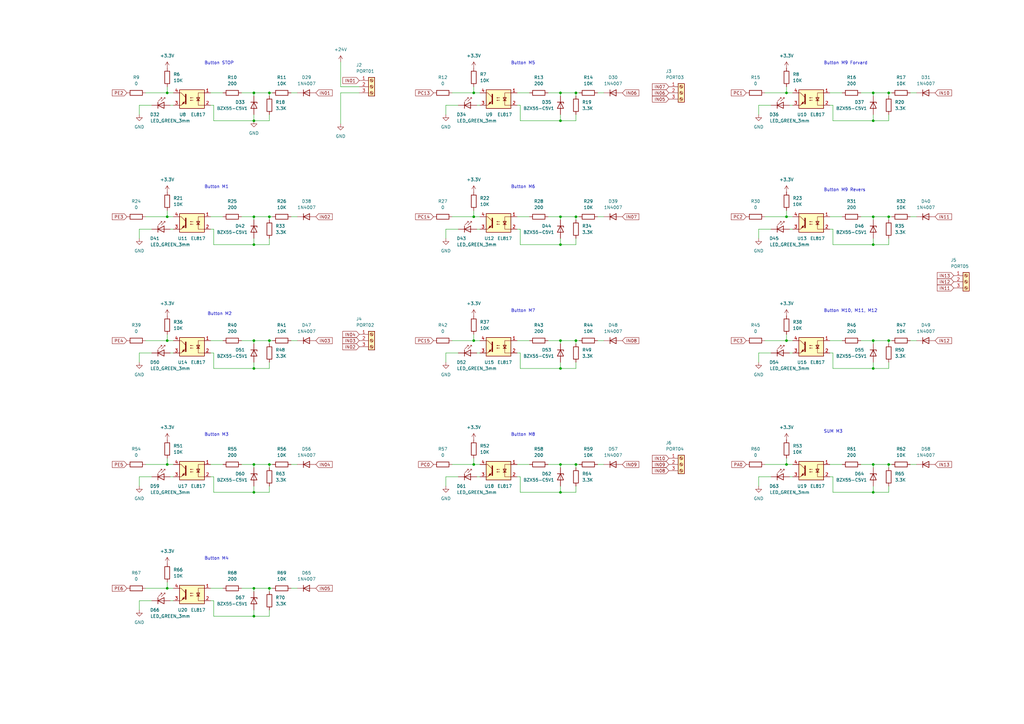
<source format=kicad_sch>
(kicad_sch (version 20211123) (generator eeschema)
  (paper "A3")
  (junction (at 322.58 88.9))
  (junction (at 104.14 151.13))
  (junction (at 194.31 139.7))
  (junction (at 104.14 252.73))
  (junction (at 110.49 139.7))
  (junction (at 358.14 139.7))
  (junction (at 236.22 190.5))
  (junction (at 68.58 38.1))
  (junction (at 104.14 38.1))
  (junction (at 104.14 88.9))
  (junction (at 229.87 190.5))
  (junction (at 358.14 88.9))
  (junction (at 358.14 38.1))
  (junction (at 194.31 190.5))
  (junction (at 194.31 88.9))
  (junction (at 236.22 139.7))
  (junction (at 68.58 190.5))
  (junction (at 358.14 151.13))
  (junction (at 229.87 49.53))
  (junction (at 236.22 38.1))
  (junction (at 68.58 241.3))
  (junction (at 104.14 100.33))
  (junction (at 229.87 88.9))
  (junction (at 358.14 100.33))
  (junction (at 110.49 190.5))
  (junction (at 110.49 38.1))
  (junction (at 364.49 139.7))
  (junction (at 229.87 100.33))
  (junction (at 229.87 201.93))
  (junction (at 229.87 151.13))
  (junction (at 104.14 139.7))
  (junction (at 358.14 190.5))
  (junction (at 104.14 241.3))
  (junction (at 322.58 190.5))
  (junction (at 364.49 38.1))
  (junction (at 194.31 38.1))
  (junction (at 68.58 139.7))
  (junction (at 104.14 49.53))
  (junction (at 358.14 201.93))
  (junction (at 68.58 88.9))
  (junction (at 364.49 190.5))
  (junction (at 104.14 190.5))
  (junction (at 322.58 139.7))
  (junction (at 110.49 241.3))
  (junction (at 358.14 49.53))
  (junction (at 229.87 38.1))
  (junction (at 322.58 38.1))
  (junction (at 104.14 201.93))
  (junction (at 236.22 88.9))
  (junction (at 364.49 88.9))
  (junction (at 229.87 139.7))
  (junction (at 110.49 88.9))
  (wire (pts (xy 213.36 100.33) (xy 229.87 100.33)))
  (wire (pts (xy 57.15 246.38) (xy 62.23 246.38)))
  (wire (pts (xy 104.14 39.37) (xy 104.14 38.1)))
  (wire (pts (xy 104.14 46.99) (xy 104.14 49.53)))
  (wire (pts (xy 229.87 90.17) (xy 229.87 88.9)))
  (wire (pts (xy 110.49 241.3) (xy 111.76 241.3)))
  (wire (pts (xy 236.22 49.53) (xy 229.87 49.53)))
  (wire (pts (xy 323.85 93.98) (xy 325.12 93.98)))
  (wire (pts (xy 104.14 140.97) (xy 104.14 139.7)))
  (wire (pts (xy 194.31 88.9) (xy 196.85 88.9)))
  (wire (pts (xy 86.36 38.1) (xy 91.44 38.1)))
  (wire (pts (xy 57.15 46.99) (xy 57.15 43.18)))
  (wire (pts (xy 364.49 151.13) (xy 358.14 151.13)))
  (wire (pts (xy 87.63 93.98) (xy 87.63 100.33)))
  (wire (pts (xy 322.58 35.56) (xy 322.58 38.1)))
  (wire (pts (xy 87.63 151.13) (xy 104.14 151.13)))
  (wire (pts (xy 236.22 151.13) (xy 229.87 151.13)))
  (wire (pts (xy 341.63 195.58) (xy 341.63 201.93)))
  (wire (pts (xy 311.15 43.18) (xy 316.23 43.18)))
  (wire (pts (xy 364.49 90.17) (xy 364.49 88.9)))
  (wire (pts (xy 341.63 144.78) (xy 341.63 151.13)))
  (wire (pts (xy 322.58 190.5) (xy 325.12 190.5)))
  (wire (pts (xy 69.85 93.98) (xy 71.12 93.98)))
  (wire (pts (xy 104.14 88.9) (xy 110.49 88.9)))
  (wire (pts (xy 110.49 38.1) (xy 111.76 38.1)))
  (wire (pts (xy 182.88 199.39) (xy 182.88 195.58)))
  (wire (pts (xy 245.11 139.7) (xy 247.65 139.7)))
  (wire (pts (xy 313.69 38.1) (xy 322.58 38.1)))
  (wire (pts (xy 119.38 241.3) (xy 121.92 241.3)))
  (wire (pts (xy 212.09 43.18) (xy 213.36 43.18)))
  (wire (pts (xy 110.49 148.59) (xy 110.49 151.13)))
  (wire (pts (xy 213.36 43.18) (xy 213.36 49.53)))
  (wire (pts (xy 99.06 88.9) (xy 104.14 88.9)))
  (wire (pts (xy 69.85 195.58) (xy 71.12 195.58)))
  (wire (pts (xy 229.87 39.37) (xy 229.87 38.1)))
  (wire (pts (xy 341.63 49.53) (xy 358.14 49.53)))
  (wire (pts (xy 245.11 190.5) (xy 247.65 190.5)))
  (wire (pts (xy 213.36 144.78) (xy 213.36 151.13)))
  (wire (pts (xy 373.38 139.7) (xy 375.92 139.7)))
  (wire (pts (xy 69.85 43.18) (xy 71.12 43.18)))
  (wire (pts (xy 59.69 139.7) (xy 68.58 139.7)))
  (wire (pts (xy 322.58 137.16) (xy 322.58 139.7)))
  (wire (pts (xy 340.36 139.7) (xy 345.44 139.7)))
  (wire (pts (xy 364.49 191.77) (xy 364.49 190.5)))
  (wire (pts (xy 57.15 97.79) (xy 57.15 93.98)))
  (wire (pts (xy 104.14 241.3) (xy 110.49 241.3)))
  (wire (pts (xy 104.14 199.39) (xy 104.14 201.93)))
  (wire (pts (xy 139.7 25.4) (xy 139.7 35.56)))
  (wire (pts (xy 364.49 190.5) (xy 365.76 190.5)))
  (wire (pts (xy 229.87 97.79) (xy 229.87 100.33)))
  (wire (pts (xy 236.22 199.39) (xy 236.22 201.93)))
  (wire (pts (xy 245.11 38.1) (xy 247.65 38.1)))
  (wire (pts (xy 87.63 201.93) (xy 104.14 201.93)))
  (wire (pts (xy 110.49 49.53) (xy 104.14 49.53)))
  (wire (pts (xy 87.63 246.38) (xy 87.63 252.73)))
  (wire (pts (xy 194.31 190.5) (xy 196.85 190.5)))
  (wire (pts (xy 340.36 190.5) (xy 345.44 190.5)))
  (wire (pts (xy 87.63 49.53) (xy 104.14 49.53)))
  (wire (pts (xy 68.58 86.36) (xy 68.58 88.9)))
  (wire (pts (xy 110.49 90.17) (xy 110.49 88.9)))
  (wire (pts (xy 236.22 90.17) (xy 236.22 88.9)))
  (wire (pts (xy 313.69 88.9) (xy 322.58 88.9)))
  (wire (pts (xy 236.22 100.33) (xy 229.87 100.33)))
  (wire (pts (xy 139.7 38.1) (xy 139.7 50.8)))
  (wire (pts (xy 322.58 187.96) (xy 322.58 190.5)))
  (wire (pts (xy 236.22 148.59) (xy 236.22 151.13)))
  (wire (pts (xy 236.22 46.99) (xy 236.22 49.53)))
  (wire (pts (xy 353.06 139.7) (xy 358.14 139.7)))
  (wire (pts (xy 358.14 97.79) (xy 358.14 100.33)))
  (wire (pts (xy 358.14 190.5) (xy 364.49 190.5)))
  (wire (pts (xy 110.49 199.39) (xy 110.49 201.93)))
  (wire (pts (xy 182.88 148.59) (xy 182.88 144.78)))
  (wire (pts (xy 68.58 241.3) (xy 71.12 241.3)))
  (wire (pts (xy 57.15 250.19) (xy 57.15 246.38)))
  (wire (pts (xy 236.22 97.79) (xy 236.22 100.33)))
  (wire (pts (xy 364.49 97.79) (xy 364.49 100.33)))
  (wire (pts (xy 57.15 144.78) (xy 62.23 144.78)))
  (wire (pts (xy 311.15 199.39) (xy 311.15 195.58)))
  (wire (pts (xy 364.49 49.53) (xy 358.14 49.53)))
  (wire (pts (xy 236.22 88.9) (xy 237.49 88.9)))
  (wire (pts (xy 195.58 43.18) (xy 196.85 43.18)))
  (wire (pts (xy 185.42 190.5) (xy 194.31 190.5)))
  (wire (pts (xy 229.87 140.97) (xy 229.87 139.7)))
  (wire (pts (xy 110.49 46.99) (xy 110.49 49.53)))
  (wire (pts (xy 110.49 201.93) (xy 104.14 201.93)))
  (wire (pts (xy 213.36 93.98) (xy 213.36 100.33)))
  (wire (pts (xy 224.79 88.9) (xy 229.87 88.9)))
  (wire (pts (xy 224.79 38.1) (xy 229.87 38.1)))
  (wire (pts (xy 86.36 93.98) (xy 87.63 93.98)))
  (wire (pts (xy 86.36 241.3) (xy 91.44 241.3)))
  (wire (pts (xy 373.38 190.5) (xy 375.92 190.5)))
  (wire (pts (xy 182.88 93.98) (xy 187.96 93.98)))
  (wire (pts (xy 323.85 195.58) (xy 325.12 195.58)))
  (wire (pts (xy 236.22 201.93) (xy 229.87 201.93)))
  (wire (pts (xy 353.06 88.9) (xy 358.14 88.9)))
  (wire (pts (xy 236.22 39.37) (xy 236.22 38.1)))
  (wire (pts (xy 229.87 191.77) (xy 229.87 190.5)))
  (wire (pts (xy 341.63 151.13) (xy 358.14 151.13)))
  (wire (pts (xy 59.69 190.5) (xy 68.58 190.5)))
  (wire (pts (xy 364.49 100.33) (xy 358.14 100.33)))
  (wire (pts (xy 194.31 187.96) (xy 194.31 190.5)))
  (wire (pts (xy 364.49 139.7) (xy 365.76 139.7)))
  (wire (pts (xy 364.49 201.93) (xy 358.14 201.93)))
  (wire (pts (xy 99.06 139.7) (xy 104.14 139.7)))
  (wire (pts (xy 69.85 144.78) (xy 71.12 144.78)))
  (wire (pts (xy 195.58 144.78) (xy 196.85 144.78)))
  (wire (pts (xy 313.69 190.5) (xy 322.58 190.5)))
  (wire (pts (xy 110.49 88.9) (xy 111.76 88.9)))
  (wire (pts (xy 104.14 148.59) (xy 104.14 151.13)))
  (wire (pts (xy 182.88 46.99) (xy 182.88 43.18)))
  (wire (pts (xy 69.85 246.38) (xy 71.12 246.38)))
  (wire (pts (xy 364.49 88.9) (xy 365.76 88.9)))
  (wire (pts (xy 311.15 97.79) (xy 311.15 93.98)))
  (wire (pts (xy 373.38 88.9) (xy 375.92 88.9)))
  (wire (pts (xy 110.49 140.97) (xy 110.49 139.7)))
  (wire (pts (xy 86.36 88.9) (xy 91.44 88.9)))
  (wire (pts (xy 87.63 100.33) (xy 104.14 100.33)))
  (wire (pts (xy 104.14 97.79) (xy 104.14 100.33)))
  (wire (pts (xy 110.49 151.13) (xy 104.14 151.13)))
  (wire (pts (xy 358.14 199.39) (xy 358.14 201.93)))
  (wire (pts (xy 110.49 97.79) (xy 110.49 100.33)))
  (wire (pts (xy 340.36 144.78) (xy 341.63 144.78)))
  (wire (pts (xy 358.14 191.77) (xy 358.14 190.5)))
  (wire (pts (xy 353.06 38.1) (xy 358.14 38.1)))
  (wire (pts (xy 311.15 93.98) (xy 316.23 93.98)))
  (wire (pts (xy 68.58 137.16) (xy 68.58 139.7)))
  (wire (pts (xy 212.09 190.5) (xy 217.17 190.5)))
  (wire (pts (xy 213.36 49.53) (xy 229.87 49.53)))
  (wire (pts (xy 57.15 93.98) (xy 62.23 93.98)))
  (wire (pts (xy 322.58 139.7) (xy 325.12 139.7)))
  (wire (pts (xy 358.14 139.7) (xy 364.49 139.7)))
  (wire (pts (xy 229.87 46.99) (xy 229.87 49.53)))
  (wire (pts (xy 59.69 38.1) (xy 68.58 38.1)))
  (wire (pts (xy 57.15 43.18) (xy 62.23 43.18)))
  (wire (pts (xy 104.14 242.57) (xy 104.14 241.3)))
  (wire (pts (xy 358.14 46.99) (xy 358.14 49.53)))
  (wire (pts (xy 110.49 252.73) (xy 104.14 252.73)))
  (wire (pts (xy 236.22 140.97) (xy 236.22 139.7)))
  (wire (pts (xy 182.88 144.78) (xy 187.96 144.78)))
  (wire (pts (xy 182.88 43.18) (xy 187.96 43.18)))
  (wire (pts (xy 194.31 86.36) (xy 194.31 88.9)))
  (wire (pts (xy 358.14 38.1) (xy 364.49 38.1)))
  (wire (pts (xy 86.36 43.18) (xy 87.63 43.18)))
  (wire (pts (xy 212.09 88.9) (xy 217.17 88.9)))
  (wire (pts (xy 341.63 43.18) (xy 341.63 49.53)))
  (wire (pts (xy 194.31 137.16) (xy 194.31 139.7)))
  (wire (pts (xy 99.06 190.5) (xy 104.14 190.5)))
  (wire (pts (xy 311.15 144.78) (xy 316.23 144.78)))
  (wire (pts (xy 224.79 190.5) (xy 229.87 190.5)))
  (wire (pts (xy 86.36 144.78) (xy 87.63 144.78)))
  (wire (pts (xy 322.58 38.1) (xy 325.12 38.1)))
  (wire (pts (xy 229.87 199.39) (xy 229.87 201.93)))
  (wire (pts (xy 213.36 195.58) (xy 213.36 201.93)))
  (wire (pts (xy 57.15 199.39) (xy 57.15 195.58)))
  (wire (pts (xy 323.85 144.78) (xy 325.12 144.78)))
  (wire (pts (xy 119.38 139.7) (xy 121.92 139.7)))
  (wire (pts (xy 139.7 38.1) (xy 147.32 38.1)))
  (wire (pts (xy 194.31 35.56) (xy 194.31 38.1)))
  (wire (pts (xy 104.14 38.1) (xy 110.49 38.1)))
  (wire (pts (xy 212.09 38.1) (xy 217.17 38.1)))
  (wire (pts (xy 68.58 38.1) (xy 71.12 38.1)))
  (wire (pts (xy 110.49 190.5) (xy 111.76 190.5)))
  (wire (pts (xy 185.42 139.7) (xy 194.31 139.7)))
  (wire (pts (xy 322.58 88.9) (xy 325.12 88.9)))
  (wire (pts (xy 68.58 190.5) (xy 71.12 190.5)))
  (wire (pts (xy 373.38 38.1) (xy 375.92 38.1)))
  (wire (pts (xy 341.63 201.93) (xy 358.14 201.93)))
  (wire (pts (xy 68.58 238.76) (xy 68.58 241.3)))
  (wire (pts (xy 59.69 241.3) (xy 68.58 241.3)))
  (wire (pts (xy 110.49 39.37) (xy 110.49 38.1)))
  (wire (pts (xy 358.14 148.59) (xy 358.14 151.13)))
  (wire (pts (xy 358.14 140.97) (xy 358.14 139.7)))
  (wire (pts (xy 194.31 139.7) (xy 196.85 139.7)))
  (wire (pts (xy 229.87 148.59) (xy 229.87 151.13)))
  (wire (pts (xy 104.14 139.7) (xy 110.49 139.7)))
  (wire (pts (xy 119.38 190.5) (xy 121.92 190.5)))
  (wire (pts (xy 87.63 252.73) (xy 104.14 252.73)))
  (wire (pts (xy 323.85 43.18) (xy 325.12 43.18)))
  (wire (pts (xy 212.09 144.78) (xy 213.36 144.78)))
  (wire (pts (xy 229.87 88.9) (xy 236.22 88.9)))
  (wire (pts (xy 213.36 201.93) (xy 229.87 201.93)))
  (wire (pts (xy 110.49 100.33) (xy 104.14 100.33)))
  (wire (pts (xy 245.11 88.9) (xy 247.65 88.9)))
  (wire (pts (xy 86.36 246.38) (xy 87.63 246.38)))
  (wire (pts (xy 364.49 199.39) (xy 364.49 201.93)))
  (wire (pts (xy 104.14 90.17) (xy 104.14 88.9)))
  (wire (pts (xy 358.14 39.37) (xy 358.14 38.1)))
  (wire (pts (xy 110.49 139.7) (xy 111.76 139.7)))
  (wire (pts (xy 110.49 242.57) (xy 110.49 241.3)))
  (wire (pts (xy 182.88 97.79) (xy 182.88 93.98)))
  (wire (pts (xy 68.58 35.56) (xy 68.58 38.1)))
  (wire (pts (xy 311.15 148.59) (xy 311.15 144.78)))
  (wire (pts (xy 364.49 39.37) (xy 364.49 38.1)))
  (wire (pts (xy 147.32 35.56) (xy 139.7 35.56)))
  (wire (pts (xy 236.22 190.5) (xy 237.49 190.5)))
  (wire (pts (xy 358.14 90.17) (xy 358.14 88.9)))
  (wire (pts (xy 110.49 191.77) (xy 110.49 190.5)))
  (wire (pts (xy 185.42 38.1) (xy 194.31 38.1)))
  (wire (pts (xy 182.88 195.58) (xy 187.96 195.58)))
  (wire (pts (xy 68.58 88.9) (xy 71.12 88.9)))
  (wire (pts (xy 99.06 241.3) (xy 104.14 241.3)))
  (wire (pts (xy 86.36 195.58) (xy 87.63 195.58)))
  (wire (pts (xy 340.36 38.1) (xy 345.44 38.1)))
  (wire (pts (xy 341.63 100.33) (xy 358.14 100.33)))
  (wire (pts (xy 229.87 139.7) (xy 236.22 139.7)))
  (wire (pts (xy 364.49 46.99) (xy 364.49 49.53)))
  (wire (pts (xy 68.58 187.96) (xy 68.58 190.5)))
  (wire (pts (xy 340.36 88.9) (xy 345.44 88.9)))
  (wire (pts (xy 57.15 148.59) (xy 57.15 144.78)))
  (wire (pts (xy 358.14 88.9) (xy 364.49 88.9)))
  (wire (pts (xy 340.36 93.98) (xy 341.63 93.98)))
  (wire (pts (xy 229.87 190.5) (xy 236.22 190.5)))
  (wire (pts (xy 119.38 88.9) (xy 121.92 88.9)))
  (wire (pts (xy 212.09 195.58) (xy 213.36 195.58)))
  (wire (pts (xy 104.14 250.19) (xy 104.14 252.73)))
  (wire (pts (xy 110.49 250.19) (xy 110.49 252.73)))
  (wire (pts (xy 364.49 140.97) (xy 364.49 139.7)))
  (wire (pts (xy 236.22 191.77) (xy 236.22 190.5)))
  (wire (pts (xy 213.36 151.13) (xy 229.87 151.13)))
  (wire (pts (xy 364.49 148.59) (xy 364.49 151.13)))
  (wire (pts (xy 86.36 139.7) (xy 91.44 139.7)))
  (wire (pts (xy 311.15 46.99) (xy 311.15 43.18)))
  (wire (pts (xy 224.79 139.7) (xy 229.87 139.7)))
  (wire (pts (xy 195.58 195.58) (xy 196.85 195.58)))
  (wire (pts (xy 195.58 93.98) (xy 196.85 93.98)))
  (wire (pts (xy 87.63 144.78) (xy 87.63 151.13)))
  (wire (pts (xy 229.87 38.1) (xy 236.22 38.1)))
  (wire (pts (xy 185.42 88.9) (xy 194.31 88.9)))
  (wire (pts (xy 364.49 38.1) (xy 365.76 38.1)))
  (wire (pts (xy 104.14 191.77) (xy 104.14 190.5)))
  (wire (pts (xy 99.06 38.1) (xy 104.14 38.1)))
  (wire (pts (xy 119.38 38.1) (xy 121.92 38.1)))
  (wire (pts (xy 68.58 139.7) (xy 71.12 139.7)))
  (wire (pts (xy 86.36 190.5) (xy 91.44 190.5)))
  (wire (pts (xy 104.14 190.5) (xy 110.49 190.5)))
  (wire (pts (xy 322.58 86.36) (xy 322.58 88.9)))
  (wire (pts (xy 341.63 93.98) (xy 341.63 100.33)))
  (wire (pts (xy 212.09 93.98) (xy 213.36 93.98)))
  (wire (pts (xy 353.06 190.5) (xy 358.14 190.5)))
  (wire (pts (xy 212.09 139.7) (xy 217.17 139.7)))
  (wire (pts (xy 57.15 195.58) (xy 62.23 195.58)))
  (wire (pts (xy 340.36 195.58) (xy 341.63 195.58)))
  (wire (pts (xy 236.22 139.7) (xy 237.49 139.7)))
  (wire (pts (xy 87.63 195.58) (xy 87.63 201.93)))
  (wire (pts (xy 311.15 195.58) (xy 316.23 195.58)))
  (wire (pts (xy 236.22 38.1) (xy 237.49 38.1)))
  (wire (pts (xy 59.69 88.9) (xy 68.58 88.9)))
  (wire (pts (xy 194.31 38.1) (xy 196.85 38.1)))
  (wire (pts (xy 313.69 139.7) (xy 322.58 139.7)))
  (wire (pts (xy 340.36 43.18) (xy 341.63 43.18)))
  (wire (pts (xy 87.63 43.18) (xy 87.63 49.53)))
  (text "Button M8" (at 209.55 179.07 0) (effects (font (size 1.27 1.27)) (justify left bottom)))
  (text "Button M7" (at 209.55 128.27 0) (effects (font (size 1.27 1.27)) (justify left bottom)))
  (text "Button STOP" (at 83.82 26.67 0) (effects (font (size 1.27 1.27)) (justify left bottom)))
  (text "Button M4" (at 83.82 229.87 0) (effects (font (size 1.27 1.27)) (justify left bottom)))
  (text "Button M3" (at 83.82 179.07 0) (effects (font (size 1.27 1.27)) (justify left bottom)))
  (text "Button M1" (at 83.82 77.47 0) (effects (font (size 1.27 1.27)) (justify left bottom)))
  (text "Button M10, M11, M12" (at 337.82 128.27 0) (effects (font (size 1.27 1.27)) (justify left bottom)))
  (text "SUM M3" (at 337.82 177.8 0) (effects (font (size 1.27 1.27)) (justify left bottom)))
  (text "Button M9 Revers" (at 337.82 78.74 0) (effects (font (size 1.27 1.27)) (justify left bottom)))
  (text "Button M5" (at 209.55 26.67 0) (effects (font (size 1.27 1.27)) (justify left bottom)))
  (text "Button M6" (at 209.55 77.47 0) (effects (font (size 1.27 1.27)) (justify left bottom)))
  (text "Button M9 Forvard" (at 337.82 26.67 0) (effects (font (size 1.27 1.27)) (justify left bottom)))
  (text "Button M2" (at 85.09 129.54 0) (effects (font (size 1.27 1.27)) (justify left bottom)))
  (global_label "IN05" (shape input) (at 129.54 241.3 0) (property "Intersheet References" "${INTERSHEET_REFS}" (effects hide)))
  (global_label "IN06" (shape input) (at 274.32 38.1 180) (property "Intersheet References" "${INTERSHEET_REFS}" (effects hide)))
  (global_label "IN12" (shape input) (at 383.54 139.7 0) (property "Intersheet References" "${INTERSHEET_REFS}" (effects hide)))
  (global_label "PE4" (shape input) (at 52.07 139.7 180) (property "Intersheet References" "${INTERSHEET_REFS}" (effects hide)))
  (global_label "IN10" (shape input) (at 383.54 38.1 0) (property "Intersheet References" "${INTERSHEET_REFS}" (effects hide)))
  (global_label "IN02" (shape input) (at 147.32 142.24 180) (property "Intersheet References" "${INTERSHEET_REFS}" (effects hide)))
  (global_label "IN07" (shape input) (at 274.32 35.56 180) (property "Intersheet References" "${INTERSHEET_REFS}" (effects hide)))
  (global_label "IN05" (shape input) (at 274.32 40.64 180) (property "Intersheet References" "${INTERSHEET_REFS}" (effects hide)))
  (global_label "IN07" (shape input) (at 255.27 88.9 0) (property "Intersheet References" "${INTERSHEET_REFS}" (effects hide)))
  (global_label "IN01" (shape input) (at 147.32 33.02 180) (property "Intersheet References" "${INTERSHEET_REFS}" (effects hide)))
  (global_label "IN11" (shape input) (at 383.54 88.9 0) (property "Intersheet References" "${INTERSHEET_REFS}" (effects hide)))
  (global_label "PC2" (shape input) (at 306.07 88.9 180) (property "Intersheet References" "${INTERSHEET_REFS}" (effects hide)))
  (global_label "PC14" (shape input) (at 177.8 88.9 180) (property "Intersheet References" "${INTERSHEET_REFS}" (effects hide)))
  (global_label "PA0" (shape input) (at 306.07 190.5 180) (property "Intersheet References" "${INTERSHEET_REFS}" (effects hide)))
  (global_label "PC15" (shape input) (at 177.8 139.7 180) (property "Intersheet References" "${INTERSHEET_REFS}" (effects hide)))
  (global_label "IN06" (shape input) (at 255.27 38.1 0) (property "Intersheet References" "${INTERSHEET_REFS}" (effects hide)))
  (global_label "PC3" (shape input) (at 306.07 139.7 180) (property "Intersheet References" "${INTERSHEET_REFS}" (effects hide)))
  (global_label "PE3" (shape input) (at 52.07 88.9 180) (property "Intersheet References" "${INTERSHEET_REFS}" (effects hide)))
  (global_label "IN08" (shape input) (at 255.27 139.7 0) (property "Intersheet References" "${INTERSHEET_REFS}" (effects hide)))
  (global_label "IN03" (shape input) (at 147.32 139.7 180) (property "Intersheet References" "${INTERSHEET_REFS}" (effects hide)))
  (global_label "IN13" (shape input) (at 391.16 113.03 180) (property "Intersheet References" "${INTERSHEET_REFS}" (effects hide)))
  (global_label "PE5" (shape input) (at 52.07 190.5 180) (property "Intersheet References" "${INTERSHEET_REFS}" (effects hide)))
  (global_label "IN08" (shape input) (at 274.32 193.04 180) (property "Intersheet References" "${INTERSHEET_REFS}" (effects hide)))
  (global_label "PC0" (shape input) (at 177.8 190.5 180) (property "Intersheet References" "${INTERSHEET_REFS}" (effects hide)))
  (global_label "IN03" (shape input) (at 129.54 139.7 0) (property "Intersheet References" "${INTERSHEET_REFS}" (effects hide)))
  (global_label "IN11" (shape input) (at 391.16 118.11 180) (property "Intersheet References" "${INTERSHEET_REFS}" (effects hide)))
  (global_label "IN09" (shape input) (at 274.32 190.5 180) (property "Intersheet References" "${INTERSHEET_REFS}" (effects hide)))
  (global_label "IN09" (shape input) (at 255.27 190.5 0) (property "Intersheet References" "${INTERSHEET_REFS}" (effects hide)))
  (global_label "PC13" (shape input) (at 177.8 38.1 180) (property "Intersheet References" "${INTERSHEET_REFS}" (effects hide)))
  (global_label "IN10" (shape input) (at 274.32 187.96 180) (property "Intersheet References" "${INTERSHEET_REFS}" (effects hide)))
  (global_label "IN04" (shape input) (at 129.54 190.5 0) (property "Intersheet References" "${INTERSHEET_REFS}" (effects hide)))
  (global_label "IN13" (shape input) (at 383.54 190.5 0) (property "Intersheet References" "${INTERSHEET_REFS}" (effects hide)))
  (global_label "IN01" (shape input) (at 129.54 38.1 0) (property "Intersheet References" "${INTERSHEET_REFS}" (effects hide)))
  (global_label "PC1" (shape input) (at 306.07 38.1 180) (property "Intersheet References" "${INTERSHEET_REFS}" (effects hide)))
  (global_label "PE2" (shape input) (at 52.07 38.1 180) (property "Intersheet References" "${INTERSHEET_REFS}" (effects hide)))
  (global_label "IN12" (shape input) (at 391.16 115.57 180) (property "Intersheet References" "${INTERSHEET_REFS}" (effects hide)))
  (global_label "PE6" (shape input) (at 52.07 241.3 180) (property "Intersheet References" "${INTERSHEET_REFS}" (effects hide)))
  (global_label "IN02" (shape input) (at 129.54 88.9 0) (property "Intersheet References" "${INTERSHEET_REFS}" (effects hide)))
  (global_label "IN04" (shape input) (at 147.32 137.16 180) (property "Intersheet References" "${INTERSHEET_REFS}" (effects hide)))
  (symbol (lib_id "power:GND") (at 139.7 50.8 0) (unit 1)
    (property "Reference" "#PWR032" (effects hide))
    (property "Value" "GND" (at 139.7 55.88 0))
  )
  (symbol (lib_id "Device:R") (at 220.98 190.5 90) (unit 1)
    (property "Reference" "R58" (at 220.98 184.15 90))
    (property "Value" "200" (at 220.98 186.69 90))
    (property "Footprint" "Resistor_SMD:R_0805_2012Metric" (effects hide))
  )
  (symbol (lib_id "Device:R") (at 55.88 38.1 90) (unit 1)
    (property "Reference" "R9" (at 55.88 31.75 90))
    (property "Value" "0" (at 55.88 34.29 90))
    (property "Footprint" "Resistor_SMD:R_0805_2012Metric" (effects hide))
  )
  (symbol (lib_id "Diode:1N4007") (at 125.73 139.7 0) (unit 1)
    (property "Reference" "D47" (at 125.73 133.35 0))
    (property "Value" "1N4007" (at 125.73 135.89 0))
    (property "Footprint" "Diode_THT:D_DO-41_SOD81_P10.16mm_Horizontal" (effects hide))
    (property "Datasheet" "http://www.vishay.com/docs/88503/1n4001.pdf" (effects hide))
  )
  (symbol (lib_id "LED:IR204A") (at 193.04 144.78 0) (unit 1)
    (property "Reference" "D52" (at 189.23 148.59 0))
    (property "Value" "LED_GREEN_3mm" (at 195.58 151.13 0))
    (property "Footprint" "LED_THT:LED_D3.0mm" (effects hide))
    (property "Datasheet" "http://www.everlight.com/file/ProductFile/IR204-A.pdf" (effects hide))
  )
  (symbol (lib_id "Device:R") (at 369.57 139.7 90) (unit 1)
    (property "Reference" "R47" (at 369.57 133.35 90))
    (property "Value" "10K" (at 369.57 135.89 90))
    (property "Footprint" "Resistor_SMD:R_2512_6332Metric" (effects hide))
  )
  (symbol (lib_id "power:+3.3V") (at 194.31 27.94 0) (unit 1)
    (property "Reference" "#PWR027" (effects hide))
    (property "Value" "+3.3V" (at 194.31 22.86 0))
  )
  (symbol (lib_id "Isolator:EL817") (at 204.47 142.24 0) (mirror y) (unit 1)
    (property "Reference" "U15" (at 200.66 148.59 0))
    (property "Value" "EL817" (at 207.01 148.59 0))
    (property "Footprint" "Package_DIP:DIP-4_W7.62mm" (effects hide))
    (property "Datasheet" "http://www.everlight.com/file/ProductFile/EL817.pdf" (effects hide))
  )
  (symbol (lib_id "power:GND") (at 57.15 97.79 0) (unit 1)
    (property "Reference" "#PWR036" (effects hide))
    (property "Value" "GND" (at 57.15 102.87 0))
  )
  (symbol (lib_id "Diode:1N4007") (at 125.73 190.5 0) (unit 1)
    (property "Reference" "D56" (at 125.73 184.15 0))
    (property "Value" "1N4007" (at 125.73 186.69 0))
    (property "Footprint" "Diode_THT:D_DO-41_SOD81_P10.16mm_Horizontal" (effects hide))
    (property "Datasheet" "http://www.vishay.com/docs/88503/1n4001.pdf" (effects hide))
  )
  (symbol (lib_id "Device:R") (at 220.98 38.1 90) (unit 1)
    (property "Reference" "R13" (at 220.98 31.75 90))
    (property "Value" "200" (at 220.98 34.29 90))
    (property "Footprint" "Resistor_SMD:R_0805_2012Metric" (effects hide))
  )
  (symbol (lib_id "LED:IR204A") (at 321.31 144.78 0) (unit 1)
    (property "Reference" "D54" (at 317.5 148.59 0))
    (property "Value" "LED_GREEN_3mm" (at 323.85 151.13 0))
    (property "Footprint" "LED_THT:LED_D3.0mm" (effects hide))
    (property "Datasheet" "http://www.everlight.com/file/ProductFile/IR204-A.pdf" (effects hide))
  )
  (symbol (lib_id "Device:R") (at 241.3 38.1 90) (unit 1)
    (property "Reference" "R14" (at 241.3 31.75 90))
    (property "Value" "10K" (at 241.3 34.29 90))
    (property "Footprint" "Resistor_SMD:R_2512_6332Metric" (effects hide))
  )
  (symbol (lib_id "Device:R") (at 364.49 43.18 0) (unit 1)
    (property "Reference" "R20" (at 367.03 41.9099 0) (effects (justify left)))
    (property "Value" "3.3K" (at 367.03 44.4499 0) (effects (justify left)))
    (property "Footprint" "Resistor_SMD:R_1206_3216Metric" (effects hide))
  )
  (symbol (lib_id "Connector:Screw_Terminal_01x03") (at 396.24 115.57 0) (unit 1)
    (property "Reference" "J5" (at 389.89 106.68 0) (effects (justify left)))
    (property "Value" "PORT05" (at 389.89 109.22 0) (effects (justify left)))
    (property "Footprint" "MY_LIBRARYS:DG306-5.0-03P-12-00A" (effects hide))
  )
  (symbol (lib_id "Device:R") (at 68.58 184.15 0) (unit 1)
    (property "Reference" "R51" (at 71.12 182.8799 0) (effects (justify left)))
    (property "Value" "10K" (at 71.12 185.4199 0) (effects (justify left)))
    (property "Footprint" "Resistor_SMD:R_0805_2012Metric" (effects hide))
  )
  (symbol (lib_id "power:+3.3V") (at 68.58 78.74 0) (unit 1)
    (property "Reference" "#PWR033" (effects hide))
    (property "Value" "+3.3V" (at 68.58 73.66 0))
  )
  (symbol (lib_id "LED:IR204A") (at 67.31 195.58 0) (unit 1)
    (property "Reference" "D59" (at 63.5 199.39 0))
    (property "Value" "LED_GREEN_3mm" (at 69.85 201.93 0))
    (property "Footprint" "LED_THT:LED_D3.0mm" (effects hide))
    (property "Datasheet" "http://www.everlight.com/file/ProductFile/IR204-A.pdf" (effects hide))
  )
  (symbol (lib_id "Device:D_Zener") (at 104.14 246.38 270) (unit 1)
    (property "Reference" "D67" (at 96.52 245.11 90) (effects (justify left)))
    (property "Value" "BZX55-C5V1" (at 88.9 247.65 90) (effects (justify left)))
    (property "Footprint" "Diode_THT:D_DO-35_SOD27_P2.54mm_Vertical_AnodeUp" (effects hide))
  )
  (symbol (lib_id "Device:R") (at 110.49 195.58 0) (unit 1)
    (property "Reference" "R63" (at 113.03 194.3099 0) (effects (justify left)))
    (property "Value" "3.3K" (at 113.03 196.8499 0) (effects (justify left)))
    (property "Footprint" "Resistor_SMD:R_1206_3216Metric" (effects hide))
  )
  (symbol (lib_id "Device:R") (at 68.58 31.75 0) (unit 1)
    (property "Reference" "R6" (at 71.12 30.4799 0) (effects (justify left)))
    (property "Value" "10K" (at 71.12 33.0199 0) (effects (justify left)))
    (property "Footprint" "Resistor_SMD:R_0805_2012Metric" (effects hide))
  )
  (symbol (lib_id "Device:R") (at 110.49 144.78 0) (unit 1)
    (property "Reference" "R48" (at 113.03 143.5099 0) (effects (justify left)))
    (property "Value" "3.3K" (at 113.03 146.0499 0) (effects (justify left)))
    (property "Footprint" "Resistor_SMD:R_1206_3216Metric" (effects hide))
  )
  (symbol (lib_id "Device:R") (at 68.58 133.35 0) (unit 1)
    (property "Reference" "R36" (at 71.12 132.0799 0) (effects (justify left)))
    (property "Value" "10K" (at 71.12 134.6199 0) (effects (justify left)))
    (property "Footprint" "Resistor_SMD:R_0805_2012Metric" (effects hide))
  )
  (symbol (lib_id "Device:R") (at 55.88 241.3 90) (unit 1)
    (property "Reference" "R67" (at 55.88 234.95 90))
    (property "Value" "0" (at 55.88 237.49 90))
    (property "Footprint" "Resistor_SMD:R_0805_2012Metric" (effects hide))
  )
  (symbol (lib_id "Device:D_Zener") (at 358.14 144.78 270) (unit 1)
    (property "Reference" "D55" (at 350.52 143.51 90) (effects (justify left)))
    (property "Value" "BZX55-C5V1" (at 342.9 146.05 90) (effects (justify left)))
    (property "Footprint" "Diode_THT:D_DO-35_SOD27_P2.54mm_Vertical_AnodeUp" (effects hide))
  )
  (symbol (lib_id "Device:R") (at 194.31 31.75 0) (unit 1)
    (property "Reference" "R7" (at 196.85 30.4799 0) (effects (justify left)))
    (property "Value" "10K" (at 196.85 33.0199 0) (effects (justify left)))
    (property "Footprint" "Resistor_SMD:R_0805_2012Metric" (effects hide))
  )
  (symbol (lib_id "power:+3.3V") (at 194.31 180.34 0) (unit 1)
    (property "Reference" "#PWR046" (effects hide))
    (property "Value" "+3.3V" (at 194.31 175.26 0))
  )
  (symbol (lib_id "Device:R") (at 241.3 139.7 90) (unit 1)
    (property "Reference" "R44" (at 241.3 133.35 90))
    (property "Value" "10K" (at 241.3 135.89 90))
    (property "Footprint" "Resistor_SMD:R_2512_6332Metric" (effects hide))
  )
  (symbol (lib_id "Device:R") (at 55.88 190.5 90) (unit 1)
    (property "Reference" "R54" (at 55.88 184.15 90))
    (property "Value" "0" (at 55.88 186.69 90))
    (property "Footprint" "Resistor_SMD:R_0805_2012Metric" (effects hide))
  )
  (symbol (lib_id "Device:R") (at 181.61 139.7 90) (unit 1)
    (property "Reference" "R42" (at 181.61 133.35 90))
    (property "Value" "0" (at 181.61 135.89 90))
    (property "Footprint" "Resistor_SMD:R_0805_2012Metric" (effects hide))
  )
  (symbol (lib_id "Connector:Screw_Terminal_01x03") (at 279.4 38.1 0) (unit 1)
    (property "Reference" "J3" (at 273.05 29.21 0) (effects (justify left)))
    (property "Value" "PORT03" (at 273.05 31.75 0) (effects (justify left)))
    (property "Footprint" "MY_LIBRARYS:DG306-5.0-03P-12-00A" (effects hide))
  )
  (symbol (lib_id "LED:IR204A") (at 193.04 93.98 0) (unit 1)
    (property "Reference" "D43" (at 189.23 97.79 0))
    (property "Value" "LED_GREEN_3mm" (at 195.58 100.33 0))
    (property "Footprint" "LED_THT:LED_D3.0mm" (effects hide))
    (property "Datasheet" "http://www.everlight.com/file/ProductFile/IR204-A.pdf" (effects hide))
  )
  (symbol (lib_id "Device:R") (at 241.3 190.5 90) (unit 1)
    (property "Reference" "R59" (at 241.3 184.15 90))
    (property "Value" "10K" (at 241.3 186.69 90))
    (property "Footprint" "Resistor_SMD:R_2512_6332Metric" (effects hide))
  )
  (symbol (lib_id "Device:R") (at 110.49 93.98 0) (unit 1)
    (property "Reference" "R33" (at 113.03 92.7099 0) (effects (justify left)))
    (property "Value" "3.3K" (at 113.03 95.2499 0) (effects (justify left)))
    (property "Footprint" "Resistor_SMD:R_1206_3216Metric" (effects hide))
  )
  (symbol (lib_id "Isolator:EL817") (at 78.74 91.44 0) (mirror y) (unit 1)
    (property "Reference" "U11" (at 74.93 97.79 0))
    (property "Value" "EL817" (at 81.28 97.79 0))
    (property "Footprint" "Package_DIP:DIP-4_W7.62mm" (effects hide))
    (property "Datasheet" "http://www.everlight.com/file/ProductFile/EL817.pdf" (effects hide))
  )
  (symbol (lib_id "power:GND") (at 311.15 97.79 0) (unit 1)
    (property "Reference" "#PWR038" (effects hide))
    (property "Value" "GND" (at 311.15 102.87 0))
  )
  (symbol (lib_id "Device:R") (at 55.88 139.7 90) (unit 1)
    (property "Reference" "R39" (at 55.88 133.35 90))
    (property "Value" "0" (at 55.88 135.89 90))
    (property "Footprint" "Resistor_SMD:R_0805_2012Metric" (effects hide))
  )
  (symbol (lib_id "Device:R") (at 181.61 190.5 90) (unit 1)
    (property "Reference" "R57" (at 181.61 184.15 90))
    (property "Value" "0" (at 181.61 186.69 90))
    (property "Footprint" "Resistor_SMD:R_0805_2012Metric" (effects hide))
  )
  (symbol (lib_id "LED:IR204A") (at 67.31 93.98 0) (unit 1)
    (property "Reference" "D41" (at 63.5 97.79 0))
    (property "Value" "LED_GREEN_3mm" (at 69.85 100.33 0))
    (property "Footprint" "LED_THT:LED_D3.0mm" (effects hide))
    (property "Datasheet" "http://www.everlight.com/file/ProductFile/IR204-A.pdf" (effects hide))
  )
  (symbol (lib_id "Device:R") (at 241.3 88.9 90) (unit 1)
    (property "Reference" "R29" (at 241.3 82.55 90))
    (property "Value" "10K" (at 241.3 85.09 90))
    (property "Footprint" "Resistor_SMD:R_2512_6332Metric" (effects hide))
  )
  (symbol (lib_id "Diode:1N4007") (at 379.73 139.7 0) (unit 1)
    (property "Reference" "D49" (at 379.73 133.35 0))
    (property "Value" "1N4007" (at 379.73 135.89 0))
    (property "Footprint" "Diode_THT:D_DO-41_SOD81_P10.16mm_Horizontal" (effects hide))
    (property "Datasheet" "http://www.vishay.com/docs/88503/1n4001.pdf" (effects hide))
  )
  (symbol (lib_id "Device:R") (at 322.58 133.35 0) (unit 1)
    (property "Reference" "R38" (at 325.12 132.0799 0) (effects (justify left)))
    (property "Value" "10K" (at 325.12 134.6199 0) (effects (justify left)))
    (property "Footprint" "Resistor_SMD:R_0805_2012Metric" (effects hide))
  )
  (symbol (lib_id "Device:R") (at 309.88 38.1 90) (unit 1)
    (property "Reference" "R15" (at 309.88 31.75 90))
    (property "Value" "0" (at 309.88 34.29 90))
    (property "Footprint" "Resistor_SMD:R_0805_2012Metric" (effects hide))
  )
  (symbol (lib_id "power:GND") (at 311.15 199.39 0) (unit 1)
    (property "Reference" "#PWR050" (effects hide))
    (property "Value" "GND" (at 311.15 204.47 0))
  )
  (symbol (lib_id "Device:R") (at 115.57 38.1 90) (unit 1)
    (property "Reference" "R11" (at 115.57 31.75 90))
    (property "Value" "10K" (at 115.57 34.29 90))
    (property "Footprint" "Resistor_SMD:R_2512_6332Metric" (effects hide))
  )
  (symbol (lib_id "power:+3.3V") (at 194.31 78.74 0) (unit 1)
    (property "Reference" "#PWR034" (effects hide))
    (property "Value" "+3.3V" (at 194.31 73.66 0))
  )
  (symbol (lib_id "LED:IR204A") (at 321.31 43.18 0) (unit 1)
    (property "Reference" "D36" (at 317.5 46.99 0))
    (property "Value" "LED_GREEN_3mm" (at 323.85 49.53 0))
    (property "Footprint" "LED_THT:LED_D3.0mm" (effects hide))
    (property "Datasheet" "http://www.everlight.com/file/ProductFile/IR204-A.pdf" (effects hide))
  )
  (symbol (lib_id "power:+3.3V") (at 322.58 27.94 0) (unit 1)
    (property "Reference" "#PWR028" (effects hide))
    (property "Value" "+3.3V" (at 322.58 22.86 0))
  )
  (symbol (lib_id "Device:R") (at 322.58 82.55 0) (unit 1)
    (property "Reference" "R23" (at 325.12 81.2799 0) (effects (justify left)))
    (property "Value" "10K" (at 325.12 83.8199 0) (effects (justify left)))
    (property "Footprint" "Resistor_SMD:R_0805_2012Metric" (effects hide))
  )
  (symbol (lib_id "Device:R") (at 95.25 38.1 90) (unit 1)
    (property "Reference" "R10" (at 95.25 31.75 90))
    (property "Value" "200" (at 95.25 34.29 90))
    (property "Footprint" "Resistor_SMD:R_0805_2012Metric" (effects hide))
  )
  (symbol (lib_id "Isolator:EL817") (at 204.47 193.04 0) (mirror y) (unit 1)
    (property "Reference" "U18" (at 200.66 199.39 0))
    (property "Value" "EL817" (at 207.01 199.39 0))
    (property "Footprint" "Package_DIP:DIP-4_W7.62mm" (effects hide))
    (property "Datasheet" "http://www.everlight.com/file/ProductFile/EL817.pdf" (effects hide))
  )
  (symbol (lib_id "Isolator:EL817") (at 204.47 91.44 0) (mirror y) (unit 1)
    (property "Reference" "U12" (at 200.66 97.79 0))
    (property "Value" "EL817" (at 207.01 97.79 0))
    (property "Footprint" "Package_DIP:DIP-4_W7.62mm" (effects hide))
    (property "Datasheet" "http://www.everlight.com/file/ProductFile/EL817.pdf" (effects hide))
  )
  (symbol (lib_id "Diode:1N4007") (at 251.46 139.7 0) (unit 1)
    (property "Reference" "D48" (at 251.46 133.35 0))
    (property "Value" "1N4007" (at 251.46 135.89 0))
    (property "Footprint" "Diode_THT:D_DO-41_SOD81_P10.16mm_Horizontal" (effects hide))
    (property "Datasheet" "http://www.vishay.com/docs/88503/1n4001.pdf" (effects hide))
  )
  (symbol (lib_id "Diode:1N4007") (at 251.46 38.1 0) (unit 1)
    (property "Reference" "D30" (at 251.46 31.75 0))
    (property "Value" "1N4007" (at 251.46 34.29 0))
    (property "Footprint" "Diode_THT:D_DO-41_SOD81_P10.16mm_Horizontal" (effects hide))
    (property "Datasheet" "http://www.vishay.com/docs/88503/1n4001.pdf" (effects hide))
  )
  (symbol (lib_id "Device:D_Zener") (at 358.14 43.18 270) (unit 1)
    (property "Reference" "D37" (at 350.52 41.91 90) (effects (justify left)))
    (property "Value" "BZX55-C5V1" (at 342.9 44.45 90) (effects (justify left)))
    (property "Footprint" "Diode_THT:D_DO-35_SOD27_P2.54mm_Vertical_AnodeUp" (effects hide))
  )
  (symbol (lib_id "Device:R") (at 322.58 31.75 0) (unit 1)
    (property "Reference" "R8" (at 325.12 30.4799 0) (effects (justify left)))
    (property "Value" "10K" (at 325.12 33.0199 0) (effects (justify left)))
    (property "Footprint" "Resistor_SMD:R_0805_2012Metric" (effects hide))
  )
  (symbol (lib_id "power:GND") (at 57.15 250.19 0) (unit 1)
    (property "Reference" "#PWR052" (effects hide))
    (property "Value" "GND" (at 57.15 255.27 0))
  )
  (symbol (lib_id "Device:D_Zener") (at 104.14 195.58 270) (unit 1)
    (property "Reference" "D60" (at 96.52 194.31 90) (effects (justify left)))
    (property "Value" "BZX55-C5V1" (at 88.9 196.85 90) (effects (justify left)))
    (property "Footprint" "Diode_THT:D_DO-35_SOD27_P2.54mm_Vertical_AnodeUp" (effects hide))
  )
  (symbol (lib_id "Device:D_Zener") (at 104.14 93.98 270) (unit 1)
    (property "Reference" "D42" (at 96.52 92.71 90) (effects (justify left)))
    (property "Value" "BZX55-C5V1" (at 88.9 95.25 90) (effects (justify left)))
    (property "Footprint" "Diode_THT:D_DO-35_SOD27_P2.54mm_Vertical_AnodeUp" (effects hide))
  )
  (symbol (lib_id "Device:R") (at 95.25 241.3 90) (unit 1)
    (property "Reference" "R68" (at 95.25 234.95 90))
    (property "Value" "200" (at 95.25 237.49 90))
    (property "Footprint" "Resistor_SMD:R_0805_2012Metric" (effects hide))
  )
  (symbol (lib_id "Device:D_Zener") (at 229.87 93.98 270) (unit 1)
    (property "Reference" "D44" (at 222.25 92.71 90) (effects (justify left)))
    (property "Value" "BZX55-C5V1" (at 214.63 95.25 90) (effects (justify left)))
    (property "Footprint" "Diode_THT:D_DO-35_SOD27_P2.54mm_Vertical_AnodeUp" (effects hide))
  )
  (symbol (lib_id "power:GND") (at 182.88 46.99 0) (unit 1)
    (property "Reference" "#PWR030" (effects hide))
    (property "Value" "GND" (at 182.88 52.07 0))
  )
  (symbol (lib_id "Device:R") (at 181.61 38.1 90) (unit 1)
    (property "Reference" "R12" (at 181.61 31.75 90))
    (property "Value" "0" (at 181.61 34.29 90))
    (property "Footprint" "Resistor_SMD:R_0805_2012Metric" (effects hide))
  )
  (symbol (lib_id "Device:D_Zener") (at 104.14 43.18 270) (unit 1)
    (property "Reference" "D33" (at 96.52 41.91 90) (effects (justify left)))
    (property "Value" "BZX55-C5V1" (at 88.9 44.45 90) (effects (justify left)))
    (property "Footprint" "Diode_THT:D_DO-35_SOD27_P2.54mm_Vertical_AnodeUp" (effects hide))
  )
  (symbol (lib_id "Isolator:EL817") (at 332.74 91.44 0) (mirror y) (unit 1)
    (property "Reference" "U13" (at 328.93 97.79 0))
    (property "Value" "EL817" (at 335.28 97.79 0))
    (property "Footprint" "Package_DIP:DIP-4_W7.62mm" (effects hide))
    (property "Datasheet" "http://www.everlight.com/file/ProductFile/EL817.pdf" (effects hide))
  )
  (symbol (lib_id "power:GND") (at 57.15 46.99 0) (unit 1)
    (property "Reference" "#PWR029" (effects hide))
    (property "Value" "GND" (at 57.15 52.07 0))
  )
  (symbol (lib_id "Device:R") (at 364.49 93.98 0) (unit 1)
    (property "Reference" "R35" (at 367.03 92.7099 0) (effects (justify left)))
    (property "Value" "3.3K" (at 367.03 95.2499 0) (effects (justify left)))
    (property "Footprint" "Resistor_SMD:R_1206_3216Metric" (effects hide))
  )
  (symbol (lib_id "Device:R") (at 369.57 38.1 90) (unit 1)
    (property "Reference" "R17" (at 369.57 31.75 90))
    (property "Value" "10K" (at 369.57 34.29 90))
    (property "Footprint" "Resistor_SMD:R_2512_6332Metric" (effects hide))
  )
  (symbol (lib_id "power:+3.3V") (at 322.58 78.74 0) (unit 1)
    (property "Reference" "#PWR035" (effects hide))
    (property "Value" "+3.3V" (at 322.58 73.66 0))
  )
  (symbol (lib_id "Device:D_Zener") (at 229.87 144.78 270) (unit 1)
    (property "Reference" "D53" (at 222.25 143.51 90) (effects (justify left)))
    (property "Value" "BZX55-C5V1" (at 214.63 146.05 90) (effects (justify left)))
    (property "Footprint" "Diode_THT:D_DO-35_SOD27_P2.54mm_Vertical_AnodeUp" (effects hide))
  )
  (symbol (lib_id "Device:D_Zener") (at 229.87 195.58 270) (unit 1)
    (property "Reference" "D62" (at 222.25 194.31 90) (effects (justify left)))
    (property "Value" "BZX55-C5V1" (at 214.63 196.85 90) (effects (justify left)))
    (property "Footprint" "Diode_THT:D_DO-35_SOD27_P2.54mm_Vertical_AnodeUp" (effects hide))
  )
  (symbol (lib_id "Device:R") (at 349.25 139.7 90) (unit 1)
    (property "Reference" "R46" (at 349.25 133.35 90))
    (property "Value" "200" (at 349.25 135.89 90))
    (property "Footprint" "Resistor_SMD:R_0805_2012Metric" (effects hide))
  )
  (symbol (lib_id "power:+3.3V") (at 68.58 180.34 0) (unit 1)
    (property "Reference" "#PWR045" (effects hide))
    (property "Value" "+3.3V" (at 68.58 175.26 0))
  )
  (symbol (lib_id "Connector:Screw_Terminal_01x03") (at 152.4 35.56 0) (unit 1)
    (property "Reference" "J2" (at 146.05 26.67 0) (effects (justify left)))
    (property "Value" "PORT01" (at 146.05 29.21 0) (effects (justify left)))
    (property "Footprint" "MY_LIBRARYS:DG306-5.0-03P-12-00A" (effects hide))
  )
  (symbol (lib_id "Connector:Screw_Terminal_01x03") (at 279.4 190.5 0) (unit 1)
    (property "Reference" "J6" (at 273.05 181.61 0) (effects (justify left)))
    (property "Value" "PORT04" (at 273.05 184.15 0) (effects (justify left)))
    (property "Footprint" "MY_LIBRARYS:DG306-5.0-03P-12-00A" (effects hide))
  )
  (symbol (lib_id "power:GND") (at 182.88 97.79 0) (unit 1)
    (property "Reference" "#PWR037" (effects hide))
    (property "Value" "GND" (at 182.88 102.87 0))
  )
  (symbol (lib_id "Isolator:EL817") (at 78.74 142.24 0) (mirror y) (unit 1)
    (property "Reference" "U14" (at 74.93 148.59 0))
    (property "Value" "EL817" (at 81.28 148.59 0))
    (property "Footprint" "Package_DIP:DIP-4_W7.62mm" (effects hide))
    (property "Datasheet" "http://www.everlight.com/file/ProductFile/EL817.pdf" (effects hide))
  )
  (symbol (lib_id "Device:R") (at 309.88 139.7 90) (unit 1)
    (property "Reference" "R45" (at 309.88 133.35 90))
    (property "Value" "0" (at 309.88 135.89 90))
    (property "Footprint" "Resistor_SMD:R_0805_2012Metric" (effects hide))
  )
  (symbol (lib_id "Device:R") (at 194.31 133.35 0) (unit 1)
    (property "Reference" "R37" (at 196.85 132.0799 0) (effects (justify left)))
    (property "Value" "10K" (at 196.85 134.6199 0) (effects (justify left)))
    (property "Footprint" "Resistor_SMD:R_0805_2012Metric" (effects hide))
  )
  (symbol (lib_id "Diode:1N4007") (at 379.73 190.5 0) (unit 1)
    (property "Reference" "D58" (at 379.73 184.15 0))
    (property "Value" "1N4007" (at 379.73 186.69 0))
    (property "Footprint" "Diode_THT:D_DO-41_SOD81_P10.16mm_Horizontal" (effects hide))
    (property "Datasheet" "http://www.vishay.com/docs/88503/1n4001.pdf" (effects hide))
  )
  (symbol (lib_id "power:+3.3V") (at 68.58 27.94 0) (unit 1)
    (property "Reference" "#PWR026" (effects hide))
    (property "Value" "+3.3V" (at 68.58 22.86 0))
  )
  (symbol (lib_id "Diode:1N4007") (at 125.73 88.9 0) (unit 1)
    (property "Reference" "D38" (at 125.73 82.55 0))
    (property "Value" "1N4007" (at 125.73 85.09 0))
    (property "Footprint" "Diode_THT:D_DO-41_SOD81_P10.16mm_Horizontal" (effects hide))
    (property "Datasheet" "http://www.vishay.com/docs/88503/1n4001.pdf" (effects hide))
  )
  (symbol (lib_id "Device:R") (at 236.22 93.98 0) (unit 1)
    (property "Reference" "R34" (at 238.76 92.7099 0) (effects (justify left)))
    (property "Value" "3.3K" (at 238.76 95.2499 0) (effects (justify left)))
    (property "Footprint" "Resistor_SMD:R_1206_3216Metric" (effects hide))
  )
  (symbol (lib_id "Device:R") (at 349.25 88.9 90) (unit 1)
    (property "Reference" "R31" (at 349.25 82.55 90))
    (property "Value" "200" (at 349.25 85.09 90))
    (property "Footprint" "Resistor_SMD:R_0805_2012Metric" (effects hide))
  )
  (symbol (lib_id "Device:R") (at 110.49 246.38 0) (unit 1)
    (property "Reference" "R70" (at 113.03 245.1099 0) (effects (justify left)))
    (property "Value" "3.3K" (at 113.03 247.6499 0) (effects (justify left)))
    (property "Footprint" "Resistor_SMD:R_1206_3216Metric" (effects hide))
  )
  (symbol (lib_id "Device:R") (at 95.25 88.9 90) (unit 1)
    (property "Reference" "R25" (at 95.25 82.55 90))
    (property "Value" "200" (at 95.25 85.09 90))
    (property "Footprint" "Resistor_SMD:R_0805_2012Metric" (effects hide))
  )
  (symbol (lib_id "LED:IR204A") (at 67.31 246.38 0) (unit 1)
    (property "Reference" "D66" (at 63.5 250.19 0))
    (property "Value" "LED_GREEN_3mm" (at 69.85 252.73 0))
    (property "Footprint" "LED_THT:LED_D3.0mm" (effects hide))
    (property "Datasheet" "http://www.everlight.com/file/ProductFile/IR204-A.pdf" (effects hide))
  )
  (symbol (lib_id "Device:R") (at 95.25 190.5 90) (unit 1)
    (property "Reference" "R55" (at 95.25 184.15 90))
    (property "Value" "200" (at 95.25 186.69 90))
    (property "Footprint" "Resistor_SMD:R_0805_2012Metric" (effects hide))
  )
  (symbol (lib_id "LED:IR204A") (at 321.31 93.98 0) (unit 1)
    (property "Reference" "D45" (at 317.5 97.79 0))
    (property "Value" "LED_GREEN_3mm" (at 323.85 100.33 0))
    (property "Footprint" "LED_THT:LED_D3.0mm" (effects hide))
    (property "Datasheet" "http://www.everlight.com/file/ProductFile/IR204-A.pdf" (effects hide))
  )
  (symbol (lib_id "Diode:1N4007") (at 251.46 88.9 0) (unit 1)
    (property "Reference" "D39" (at 251.46 82.55 0))
    (property "Value" "1N4007" (at 251.46 85.09 0))
    (property "Footprint" "Diode_THT:D_DO-41_SOD81_P10.16mm_Horizontal" (effects hide))
    (property "Datasheet" "http://www.vishay.com/docs/88503/1n4001.pdf" (effects hide))
  )
  (symbol (lib_id "Device:R") (at 220.98 88.9 90) (unit 1)
    (property "Reference" "R28" (at 220.98 82.55 90))
    (property "Value" "200" (at 220.98 85.09 90))
    (property "Footprint" "Resistor_SMD:R_0805_2012Metric" (effects hide))
  )
  (symbol (lib_id "power:+3.3V") (at 68.58 231.14 0) (unit 1)
    (property "Reference" "#PWR051" (effects hide))
    (property "Value" "+3.3V" (at 68.58 226.06 0))
  )
  (symbol (lib_id "LED:IR204A") (at 193.04 195.58 0) (unit 1)
    (property "Reference" "D61" (at 189.23 199.39 0))
    (property "Value" "LED_GREEN_3mm" (at 195.58 201.93 0))
    (property "Footprint" "LED_THT:LED_D3.0mm" (effects hide))
    (property "Datasheet" "http://www.everlight.com/file/ProductFile/IR204-A.pdf" (effects hide))
  )
  (symbol (lib_id "Diode:1N4007") (at 379.73 88.9 0) (unit 1)
    (property "Reference" "D40" (at 379.73 82.55 0))
    (property "Value" "1N4007" (at 379.73 85.09 0))
    (property "Footprint" "Diode_THT:D_DO-41_SOD81_P10.16mm_Horizontal" (effects hide))
    (property "Datasheet" "http://www.vishay.com/docs/88503/1n4001.pdf" (effects hide))
  )
  (symbol (lib_id "Device:R") (at 115.57 88.9 90) (unit 1)
    (property "Reference" "R26" (at 115.57 82.55 90))
    (property "Value" "10K" (at 115.57 85.09 90))
    (property "Footprint" "Resistor_SMD:R_2512_6332Metric" (effects hide))
  )
  (symbol (lib_id "Device:D_Zener") (at 104.14 144.78 270) (unit 1)
    (property "Reference" "D51" (at 96.52 143.51 90) (effects (justify left)))
    (property "Value" "BZX55-C5V1" (at 88.9 146.05 90) (effects (justify left)))
    (property "Footprint" "Diode_THT:D_DO-35_SOD27_P2.54mm_Vertical_AnodeUp" (effects hide))
  )
  (symbol (lib_id "power:+3.3V") (at 322.58 129.54 0) (unit 1)
    (property "Reference" "#PWR041" (effects hide))
    (property "Value" "+3.3V" (at 322.58 124.46 0))
  )
  (symbol (lib_id "power:+3.3V") (at 194.31 129.54 0) (unit 1)
    (property "Reference" "#PWR040" (effects hide))
    (property "Value" "+3.3V" (at 194.31 124.46 0))
  )
  (symbol (lib_id "Device:R") (at 309.88 88.9 90) (unit 1)
    (property "Reference" "R30" (at 309.88 82.55 90))
    (property "Value" "0" (at 309.88 85.09 90))
    (property "Footprint" "Resistor_SMD:R_0805_2012Metric" (effects hide))
  )
  (symbol (lib_id "Device:R") (at 236.22 144.78 0) (unit 1)
    (property "Reference" "R49" (at 238.76 143.5099 0) (effects (justify left)))
    (property "Value" "3.3K" (at 238.76 146.0499 0) (effects (justify left)))
    (property "Footprint" "Resistor_SMD:R_1206_3216Metric" (effects hide))
  )
  (symbol (lib_id "Device:R") (at 349.25 190.5 90) (unit 1)
    (property "Reference" "R61" (at 349.25 184.15 90))
    (property "Value" "200" (at 349.25 186.69 90))
    (property "Footprint" "Resistor_SMD:R_0805_2012Metric" (effects hide))
  )
  (symbol (lib_id "power:GND") (at 311.15 46.99 0) (unit 1)
    (property "Reference" "#PWR031" (effects hide))
    (property "Value" "GND" (at 311.15 52.07 0))
  )
  (symbol (lib_id "LED:IR204A") (at 321.31 195.58 0) (unit 1)
    (property "Reference" "D63" (at 317.5 199.39 0))
    (property "Value" "LED_GREEN_3mm" (at 323.85 201.93 0))
    (property "Footprint" "LED_THT:LED_D3.0mm" (effects hide))
    (property "Datasheet" "http://www.everlight.com/file/ProductFile/IR204-A.pdf" (effects hide))
  )
  (symbol (lib_id "LED:IR204A") (at 67.31 43.18 0) (unit 1)
    (property "Reference" "D32" (at 63.5 46.99 0))
    (property "Value" "LED_GREEN_3mm" (at 69.85 49.53 0))
    (property "Footprint" "LED_THT:LED_D3.0mm" (effects hide))
    (property "Datasheet" "http://www.everlight.com/file/ProductFile/IR204-A.pdf" (effects hide))
  )
  (symbol (lib_id "power:GND") (at 182.88 148.59 0) (unit 1)
    (property "Reference" "#PWR043" (effects hide))
    (property "Value" "GND" (at 182.88 153.67 0))
  )
  (symbol (lib_id "Isolator:EL817") (at 332.74 193.04 0) (mirror y) (unit 1)
    (property "Reference" "U19" (at 328.93 199.39 0))
    (property "Value" "EL817" (at 335.28 199.39 0))
    (property "Footprint" "Package_DIP:DIP-4_W7.62mm" (effects hide))
    (property "Datasheet" "http://www.everlight.com/file/ProductFile/EL817.pdf" (effects hide))
  )
  (symbol (lib_id "Device:R") (at 55.88 88.9 90) (unit 1)
    (property "Reference" "R24" (at 55.88 82.55 90))
    (property "Value" "0" (at 55.88 85.09 90))
    (property "Footprint" "Resistor_SMD:R_0805_2012Metric" (effects hide))
  )
  (symbol (lib_id "power:+3.3V") (at 68.58 129.54 0) (unit 1)
    (property "Reference" "#PWR039" (effects hide))
    (property "Value" "+3.3V" (at 68.58 124.46 0))
  )
  (symbol (lib_id "power:+3.3V") (at 322.58 180.34 0) (unit 1)
    (property "Reference" "#PWR047" (effects hide))
    (property "Value" "+3.3V" (at 322.58 175.26 0))
  )
  (symbol (lib_id "Isolator:EL817") (at 332.74 40.64 0) (mirror y) (unit 1)
    (property "Reference" "U10" (at 328.93 46.99 0))
    (property "Value" "EL817" (at 335.28 46.99 0))
    (property "Footprint" "Package_DIP:DIP-4_W7.62mm" (effects hide))
    (property "Datasheet" "http://www.everlight.com/file/ProductFile/EL817.pdf" (effects hide))
  )
  (symbol (lib_id "power:+24V") (at 139.7 25.4 0) (unit 1)
    (property "Reference" "#PWR025" (effects hide))
    (property "Value" "+24V" (at 139.7 20.32 0))
  )
  (symbol (lib_id "Device:D_Zener") (at 358.14 93.98 270) (unit 1)
    (property "Reference" "D46" (at 350.52 92.71 90) (effects (justify left)))
    (property "Value" "BZX55-C5V1" (at 342.9 95.25 90) (effects (justify left)))
    (property "Footprint" "Diode_THT:D_DO-35_SOD27_P2.54mm_Vertical_AnodeUp" (effects hide))
  )
  (symbol (lib_id "Device:R") (at 110.49 43.18 0) (unit 1)
    (property "Reference" "R18" (at 113.03 41.9099 0) (effects (justify left)))
    (property "Value" "3.3K" (at 113.03 44.4499 0) (effects (justify left)))
    (property "Footprint" "Resistor_SMD:R_1206_3216Metric" (effects hide))
  )
  (symbol (lib_id "Diode:1N4007") (at 125.73 241.3 0) (unit 1)
    (property "Reference" "D65" (at 125.73 234.95 0))
    (property "Value" "1N4007" (at 125.73 237.49 0))
    (property "Footprint" "Diode_THT:D_DO-41_SOD81_P10.16mm_Horizontal" (effects hide))
    (property "Datasheet" "http://www.vishay.com/docs/88503/1n4001.pdf" (effects hide))
  )
  (symbol (lib_id "LED:IR204A") (at 67.31 144.78 0) (unit 1)
    (property "Reference" "D50" (at 63.5 148.59 0))
    (property "Value" "LED_GREEN_3mm" (at 69.85 151.13 0))
    (property "Footprint" "LED_THT:LED_D3.0mm" (effects hide))
    (property "Datasheet" "http://www.everlight.com/file/ProductFile/IR204-A.pdf" (effects hide))
  )
  (symbol (lib_id "Device:R") (at 95.25 139.7 90) (unit 1)
    (property "Reference" "R40" (at 95.25 133.35 90))
    (property "Value" "200" (at 95.25 135.89 90))
    (property "Footprint" "Resistor_SMD:R_0805_2012Metric" (effects hide))
  )
  (symbol (lib_id "Diode:1N4007") (at 251.46 190.5 0) (unit 1)
    (property "Reference" "D57" (at 251.46 184.15 0))
    (property "Value" "1N4007" (at 251.46 186.69 0))
    (property "Footprint" "Diode_THT:D_DO-41_SOD81_P10.16mm_Horizontal" (effects hide))
    (property "Datasheet" "http://www.vishay.com/docs/88503/1n4001.pdf" (effects hide))
  )
  (symbol (lib_id "Device:R") (at 349.25 38.1 90) (unit 1)
    (property "Reference" "R16" (at 349.25 31.75 90))
    (property "Value" "200" (at 349.25 34.29 90))
    (property "Footprint" "Resistor_SMD:R_0805_2012Metric" (effects hide))
  )
  (symbol (lib_id "Device:D_Zener") (at 229.87 43.18 270) (unit 1)
    (property "Reference" "D35" (at 222.25 41.91 90) (effects (justify left)))
    (property "Value" "BZX55-C5V1" (at 214.63 44.45 90) (effects (justify left)))
    (property "Footprint" "Diode_THT:D_DO-35_SOD27_P2.54mm_Vertical_AnodeUp" (effects hide))
  )
  (symbol (lib_id "Device:R") (at 364.49 144.78 0) (unit 1)
    (property "Reference" "R50" (at 367.03 143.5099 0) (effects (justify left)))
    (property "Value" "3.3K" (at 367.03 146.0499 0) (effects (justify left)))
    (property "Footprint" "Resistor_SMD:R_1206_3216Metric" (effects hide))
  )
  (symbol (lib_id "Device:R") (at 322.58 184.15 0) (unit 1)
    (property "Reference" "R53" (at 325.12 182.8799 0) (effects (justify left)))
    (property "Value" "10K" (at 325.12 185.4199 0) (effects (justify left)))
    (property "Footprint" "Resistor_SMD:R_0805_2012Metric" (effects hide))
  )
  (symbol (lib_id "Diode:1N4007") (at 125.73 38.1 0) (unit 1)
    (property "Reference" "D29" (at 125.73 31.75 0))
    (property "Value" "1N4007" (at 125.73 34.29 0))
    (property "Footprint" "Diode_THT:D_DO-41_SOD81_P10.16mm_Horizontal" (effects hide))
    (property "Datasheet" "http://www.vishay.com/docs/88503/1n4001.pdf" (effects hide))
  )
  (symbol (lib_id "power:GND") (at 57.15 199.39 0) (unit 1)
    (property "Reference" "#PWR048" (effects hide))
    (property "Value" "GND" (at 57.15 204.47 0))
  )
  (symbol (lib_id "Device:R") (at 220.98 139.7 90) (unit 1)
    (property "Reference" "R43" (at 220.98 133.35 90))
    (property "Value" "200" (at 220.98 135.89 90))
    (property "Footprint" "Resistor_SMD:R_0805_2012Metric" (effects hide))
  )
  (symbol (lib_id "Device:R") (at 68.58 234.95 0) (unit 1)
    (property "Reference" "R66" (at 71.12 233.6799 0) (effects (justify left)))
    (property "Value" "10K" (at 71.12 236.2199 0) (effects (justify left)))
    (property "Footprint" "Resistor_SMD:R_0805_2012Metric" (effects hide))
  )
  (symbol (lib_id "power:GND") (at 57.15 148.59 0) (unit 1)
    (property "Reference" "#PWR042" (effects hide))
    (property "Value" "GND" (at 57.15 153.67 0))
  )
  (symbol (lib_id "Device:D_Zener") (at 358.14 195.58 270) (unit 1)
    (property "Reference" "D64" (at 350.52 194.31 90) (effects (justify left)))
    (property "Value" "BZX55-C5V1" (at 342.9 196.85 90) (effects (justify left)))
    (property "Footprint" "Diode_THT:D_DO-35_SOD27_P2.54mm_Vertical_AnodeUp" (effects hide))
  )
  (symbol (lib_id "Device:R") (at 194.31 82.55 0) (unit 1)
    (property "Reference" "R22" (at 196.85 81.2799 0) (effects (justify left)))
    (property "Value" "10K" (at 196.85 83.8199 0) (effects (justify left)))
    (property "Footprint" "Resistor_SMD:R_0805_2012Metric" (effects hide))
  )
  (symbol (lib_id "Isolator:EL817") (at 78.74 243.84 0) (mirror y) (unit 1)
    (property "Reference" "U20" (at 74.93 250.19 0))
    (property "Value" "EL817" (at 81.28 250.19 0))
    (property "Footprint" "Package_DIP:DIP-4_W7.62mm" (effects hide))
    (property "Datasheet" "http://www.everlight.com/file/ProductFile/EL817.pdf" (effects hide))
  )
  (symbol (lib_id "power:GND") (at 104.14 49.53 0) (unit 1)
    (property "Reference" "#PWR?" (effects hide))
    (property "Value" "GND" (at 104.14 54.61 0))
  )
  (symbol (lib_id "Isolator:EL817") (at 78.74 40.64 0) (mirror y) (unit 1)
    (property "Reference" "U8" (at 74.93 46.99 0))
    (property "Value" "EL817" (at 81.28 46.99 0))
    (property "Footprint" "Package_DIP:DIP-4_W7.62mm" (effects hide))
    (property "Datasheet" "http://www.everlight.com/file/ProductFile/EL817.pdf" (effects hide))
  )
  (symbol (lib_id "Device:R") (at 68.58 82.55 0) (unit 1)
    (property "Reference" "R21" (at 71.12 81.2799 0) (effects (justify left)))
    (property "Value" "10K" (at 71.12 83.8199 0) (effects (justify left)))
    (property "Footprint" "Resistor_SMD:R_0805_2012Metric" (effects hide))
  )
  (symbol (lib_id "Device:R") (at 309.88 190.5 90) (unit 1)
    (property "Reference" "R60" (at 309.88 184.15 90))
    (property "Value" "0" (at 309.88 186.69 90))
    (property "Footprint" "Resistor_SMD:R_0805_2012Metric" (effects hide))
  )
  (symbol (lib_id "Device:R") (at 115.57 241.3 90) (unit 1)
    (property "Reference" "R69" (at 115.57 234.95 90))
    (property "Value" "10K" (at 115.57 237.49 90))
    (property "Footprint" "Resistor_SMD:R_2512_6332Metric" (effects hide))
  )
  (symbol (lib_id "Device:R") (at 369.57 190.5 90) (unit 1)
    (property "Reference" "R62" (at 369.57 184.15 90))
    (property "Value" "10K" (at 369.57 186.69 90))
    (property "Footprint" "Resistor_SMD:R_2512_6332Metric" (effects hide))
  )
  (symbol (lib_id "Isolator:EL817") (at 78.74 193.04 0) (mirror y) (unit 1)
    (property "Reference" "U17" (at 74.93 199.39 0))
    (property "Value" "EL817" (at 81.28 199.39 0))
    (property "Footprint" "Package_DIP:DIP-4_W7.62mm" (effects hide))
    (property "Datasheet" "http://www.everlight.com/file/ProductFile/EL817.pdf" (effects hide))
  )
  (symbol (lib_id "power:GND") (at 311.15 148.59 0) (unit 1)
    (property "Reference" "#PWR044" (effects hide))
    (property "Value" "GND" (at 311.15 153.67 0))
  )
  (symbol (lib_id "Device:R") (at 181.61 88.9 90) (unit 1)
    (property "Reference" "R27" (at 181.61 82.55 90))
    (property "Value" "0" (at 181.61 85.09 90))
    (property "Footprint" "Resistor_SMD:R_0805_2012Metric" (effects hide))
  )
  (symbol (lib_id "Device:R") (at 236.22 195.58 0) (unit 1)
    (property "Reference" "R64" (at 238.76 194.3099 0) (effects (justify left)))
    (property "Value" "3.3K" (at 238.76 196.8499 0) (effects (justify left)))
    (property "Footprint" "Resistor_SMD:R_1206_3216Metric" (effects hide))
  )
  (symbol (lib_id "Device:R") (at 115.57 139.7 90) (unit 1)
    (property "Reference" "R41" (at 115.57 133.35 90))
    (property "Value" "10K" (at 115.57 135.89 90))
    (property "Footprint" "Resistor_SMD:R_2512_6332Metric" (effects hide))
  )
  (symbol (lib_id "Diode:1N4007") (at 379.73 38.1 0) (unit 1)
    (property "Reference" "D31" (at 379.73 31.75 0))
    (property "Value" "1N4007" (at 379.73 34.29 0))
    (property "Footprint" "Diode_THT:D_DO-41_SOD81_P10.16mm_Horizontal" (effects hide))
    (property "Datasheet" "http://www.vishay.com/docs/88503/1n4001.pdf" (effects hide))
  )
  (symbol (lib_id "power:GND") (at 182.88 199.39 0) (unit 1)
    (property "Reference" "#PWR049" (effects hide))
    (property "Value" "GND" (at 182.88 204.47 0))
  )
  (symbol (lib_id "Device:R") (at 364.49 195.58 0) (unit 1)
    (property "Reference" "R65" (at 367.03 194.3099 0) (effects (justify left)))
    (property "Value" "3.3K" (at 367.03 196.8499 0) (effects (justify left)))
    (property "Footprint" "Resistor_SMD:R_1206_3216Metric" (effects hide))
  )
  (symbol (lib_id "Isolator:EL817") (at 204.47 40.64 0) (mirror y) (unit 1)
    (property "Reference" "U9" (at 200.66 46.99 0))
    (property "Value" "EL817" (at 207.01 46.99 0))
    (property "Footprint" "Package_DIP:DIP-4_W7.62mm" (effects hide))
    (property "Datasheet" "http://www.everlight.com/file/ProductFile/EL817.pdf" (effects hide))
  )
  (symbol (lib_id "Device:R") (at 115.57 190.5 90) (unit 1)
    (property "Reference" "R56" (at 115.57 184.15 90))
    (property "Value" "10K" (at 115.57 186.69 90))
    (property "Footprint" "Resistor_SMD:R_2512_6332Metric" (effects hide))
  )
  (symbol (lib_id "Connector:Screw_Terminal_01x03") (at 152.4 139.7 0) (unit 1)
    (property "Reference" "J4" (at 146.05 130.81 0) (effects (justify left)))
    (property "Value" "PORT02" (at 146.05 133.35 0) (effects (justify left)))
    (property "Footprint" "MY_LIBRARYS:DG306-5.0-03P-12-00A" (effects hide))
  )
  (symbol (lib_id "Device:R") (at 369.57 88.9 90) (unit 1)
    (property "Reference" "R32" (at 369.57 82.55 90))
    (property "Value" "10K" (at 369.57 85.09 90))
    (property "Footprint" "Resistor_SMD:R_2512_6332Metric" (effects hide))
  )
  (symbol (lib_id "Device:R") (at 236.22 43.18 0) (unit 1)
    (property "Reference" "R19" (at 238.76 41.9099 0) (effects (justify left)))
    (property "Value" "3.3K" (at 238.76 44.4499 0) (effects (justify left)))
    (property "Footprint" "Resistor_SMD:R_1206_3216Metric" (effects hide))
  )
  (symbol (lib_id "Device:R") (at 194.31 184.15 0) (unit 1)
    (property "Reference" "R52" (at 196.85 182.8799 0) (effects (justify left)))
    (property "Value" "10K" (at 196.85 185.4199 0) (effects (justify left)))
    (property "Footprint" "Resistor_SMD:R_0805_2012Metric" (effects hide))
  )
  (symbol (lib_id "Isolator:EL817") (at 332.74 142.24 0) (mirror y) (unit 1)
    (property "Reference" "U16" (at 328.93 148.59 0))
    (property "Value" "EL817" (at 335.28 148.59 0))
    (property "Footprint" "Package_DIP:DIP-4_W7.62mm" (effects hide))
    (property "Datasheet" "http://www.everlight.com/file/ProductFile/EL817.pdf" (effects hide))
  )
  (symbol (lib_id "LED:IR204A") (at 193.04 43.18 0) (unit 1)
    (property "Reference" "D34" (at 189.23 46.99 0))
    (property "Value" "LED_GREEN_3mm" (at 195.58 49.53 0))
    (property "Footprint" "LED_THT:LED_D3.0mm" (effects hide))
    (property "Datasheet" "http://www.everlight.com/file/ProductFile/IR204-A.pdf" (effects hide))
  )
)
</source>
